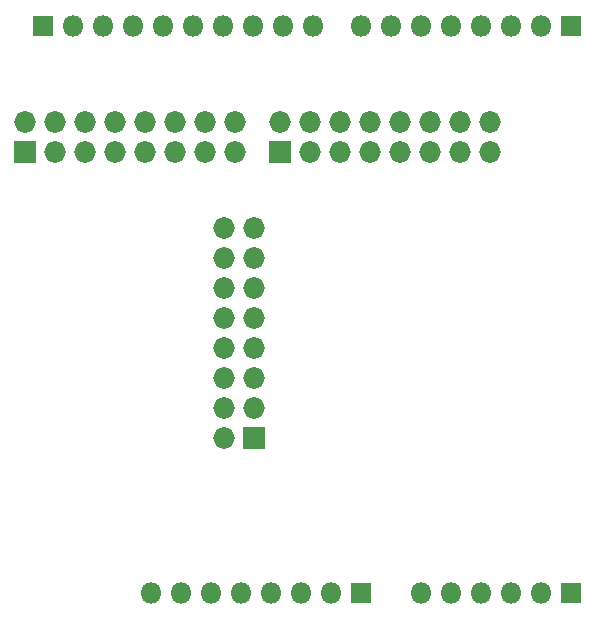
<source format=gbs>
G04 #@! TF.FileFunction,Soldermask,Bot*
%FSLAX46Y46*%
G04 Gerber Fmt 4.6, Leading zero omitted, Abs format (unit mm)*
G04 Created by KiCad (PCBNEW 4.0.5+dfsg1-4) date Fri Nov  2 19:26:51 2018*
%MOMM*%
%LPD*%
G01*
G04 APERTURE LIST*
%ADD10C,0.100000*%
%ADD11R,1.828800X1.828800*%
%ADD12O,1.828800X1.828800*%
%ADD13R,1.801600X1.801600*%
%ADD14O,1.801600X1.801600*%
G04 APERTURE END LIST*
D10*
D11*
X153162000Y-85090000D03*
D12*
X153162000Y-82550000D03*
X155702000Y-85090000D03*
X155702000Y-82550000D03*
X158242000Y-85090000D03*
X158242000Y-82550000D03*
X160782000Y-85090000D03*
X160782000Y-82550000D03*
X163322000Y-85090000D03*
X163322000Y-82550000D03*
X165862000Y-85090000D03*
X165862000Y-82550000D03*
X168402000Y-85090000D03*
X168402000Y-82550000D03*
X170942000Y-85090000D03*
X170942000Y-82550000D03*
D13*
X177800000Y-122428000D03*
D14*
X175260000Y-122428000D03*
X172720000Y-122428000D03*
X170180000Y-122428000D03*
X167640000Y-122428000D03*
X165100000Y-122428000D03*
D13*
X177800000Y-74422000D03*
D14*
X175260000Y-74422000D03*
X172720000Y-74422000D03*
X170180000Y-74422000D03*
X167640000Y-74422000D03*
X165100000Y-74422000D03*
X162560000Y-74422000D03*
X160020000Y-74422000D03*
D13*
X160020000Y-122428000D03*
D14*
X157480000Y-122428000D03*
X154940000Y-122428000D03*
X152400000Y-122428000D03*
X149860000Y-122428000D03*
X147320000Y-122428000D03*
X144780000Y-122428000D03*
X142240000Y-122428000D03*
D13*
X133096000Y-74422000D03*
D14*
X135636000Y-74422000D03*
X138176000Y-74422000D03*
X140716000Y-74422000D03*
X143256000Y-74422000D03*
X145796000Y-74422000D03*
X148336000Y-74422000D03*
X150876000Y-74422000D03*
X153416000Y-74422000D03*
X155956000Y-74422000D03*
D11*
X151003000Y-109347000D03*
D12*
X148463000Y-109347000D03*
X151003000Y-106807000D03*
X148463000Y-106807000D03*
X151003000Y-104267000D03*
X148463000Y-104267000D03*
X151003000Y-101727000D03*
X148463000Y-101727000D03*
X151003000Y-99187000D03*
X148463000Y-99187000D03*
X151003000Y-96647000D03*
X148463000Y-96647000D03*
X151003000Y-94107000D03*
X148463000Y-94107000D03*
X151003000Y-91567000D03*
X148463000Y-91567000D03*
D11*
X131572000Y-85090000D03*
D12*
X131572000Y-82550000D03*
X134112000Y-85090000D03*
X134112000Y-82550000D03*
X136652000Y-85090000D03*
X136652000Y-82550000D03*
X139192000Y-85090000D03*
X139192000Y-82550000D03*
X141732000Y-85090000D03*
X141732000Y-82550000D03*
X144272000Y-85090000D03*
X144272000Y-82550000D03*
X146812000Y-85090000D03*
X146812000Y-82550000D03*
X149352000Y-85090000D03*
X149352000Y-82550000D03*
M02*

</source>
